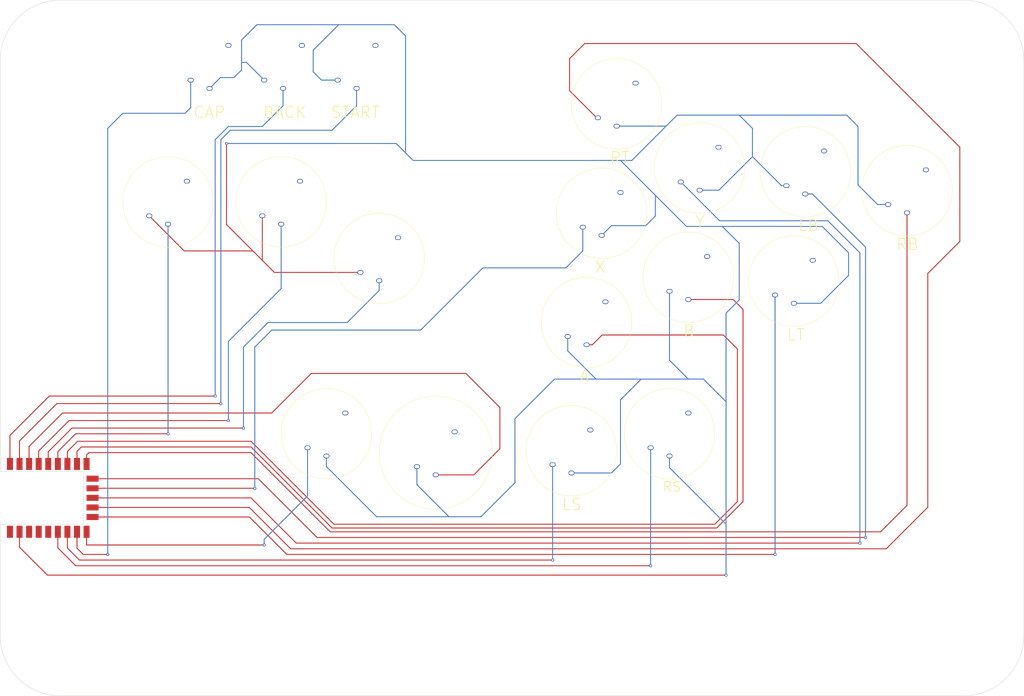
<source format=kicad_pcb>
(kicad_pcb (version 20240108) (generator "pcbnew") (generator_version "8.0")
  (layers (0 "F.Cu" signal) (31 "B.Cu" signal) (34 "B.Paste" user) (35 "F.Paste" user) (36 "B.SilkS" user "B.Silkscreen") (37 "F.SilkS" user "F.Silkscreen") (38 "B.Mask" user) (39 "F.Mask" user) (44 "Edge.Cuts" user))
  (net 0 "")
  (net 1 "Net-(RZ1-GP14)")
  (net 2 "Net-(RZ1-GND)")
  (net 3 "Net-(RZ1-GP15)")
  (net 4 "Net-(RZ1-GP6)")
  (net 5 "Net-(RZ1-GP7)")
  (net 6 "Net-(RZ1-GP10)")
  (net 7 "Net-(RZ1-GP11)")
  (net 8 "Net-(RZ1-GP3)")
  (net 9 "Net-(RZ1-GP13)")
  (net 10 "Net-(RZ1-GP9)")
  (net 11 "Net-(RZ1-GP26)")
  (net 12 "Net-(RZ1-GP5)")
  (net 13 "Net-(RZ1-GP12)")
  (net 14 "Net-(RZ1-GP8)")
  (net 15 "Net-(RZ1-GP27)")
  (net 16 "Net-(RZ1-GP4)")
  (net 17 "Net-(RZ1-GP0)")
  (net 18 "Net-(RZ1-GP1)")
  (net 19 "Net-(RZ1-GP2)")
  (footprint "MountingHole:MountingHole_6mm" (layer "F.Cu") (at 15.975 168.525)
    (property "Reference" "H3" (hide yes))
    (property "Value" "MountingHole")
    (pad "" np_thru_hole circle (at 0 0) (size 6 6) (drill 6) (layers "*.Cu" "*.Mask"))
  )
  (footprint "RP2040-Zero:RP2040-Zero" (layer "F.Cu") (at 24.475 141 90)
    (property "Reference" "RZ1" (hide yes))
    (property "Value" "RP2040-Zero")
    (pad "1" smd rect (at 18 -21.91 90) (size 3.2 1.6) (layers "F.Cu" "F.Paste" "F.Mask") (net 17 "Net-(RZ1-GP0)"))
    (pad "2" smd rect (at 18 -19.37 90) (size 3.2 1.6) (layers "F.Cu" "F.Paste" "F.Mask") (net 18 "Net-(RZ1-GP1)"))
    (pad "3" smd rect (at 18 -16.83 90) (size 3.2 1.6) (layers "F.Cu" "F.Paste" "F.Mask") (net 19 "Net-(RZ1-GP2)"))
    (pad "4" smd rect (at 18 -14.29 90) (size 3.2 1.6) (layers "F.Cu" "F.Paste" "F.Mask") (net 8 "Net-(RZ1-GP3)"))
    (pad "5" smd rect (at 18 -11.75 90) (size 3.2 1.6) (layers "F.Cu" "F.Paste" "F.Mask") (net 16 "Net-(RZ1-GP4)"))
    (pad "6" smd rect (at 18 -9.21 90) (size 3.2 1.6) (layers "F.Cu" "F.Paste" "F.Mask") (net 12 "Net-(RZ1-GP5)"))
    (pad "7" smd rect (at 18 -6.67 90) (size 3.2 1.6) (layers "F.Cu" "F.Paste" "F.Mask") (net 4 "Net-(RZ1-GP6)"))
    (pad "8" smd rect (at 18 -4.13 90) (size 3.2 1.6) (layers "F.Cu" "F.Paste" "F.Mask") (net 5 "Net-(RZ1-GP7)"))
    (pad "9" smd rect (at 18 -1.59 90) (size 3.2 1.6) (layers "F.Cu" "F.Paste" "F.Mask") (net 14 "Net-(RZ1-GP8)"))
    (pad "10" smd rect (at 14.08 0 90) (size 1.6 3.2) (layers "F.Cu" "F.Paste" "F.Mask") (net 10 "Net-(RZ1-GP9)"))
    (pad "11" smd rect (at 11.54 0 90) (size 1.6 3.2) (layers "F.Cu" "F.Paste" "F.Mask") (net 6 "Net-(RZ1-GP10)"))
    (pad "12" smd rect (at 9 0 90) (size 1.6 3.2) (layers "F.Cu" "F.Paste" "F.Mask") (net 7 "Net-(RZ1-GP11)"))
    (pad "13" smd rect (at 6.46 0 90) (size 1.6 3.2) (layers "F.Cu" "F.Paste" "F.Mask") (net 13 "Net-(RZ1-GP12)"))
    (pad "14" smd rect (at 3.92 0 90) (size 1.6 3.2) (layers "F.Cu" "F.Paste" "F.Mask") (net 9 "Net-(RZ1-GP13)"))
    (pad "15" smd rect (at 0 -1.59 90) (size 3.2 1.6) (layers "F.Cu" "F.Paste" "F.Mask") (net 1 "Net-(RZ1-GP14)"))
    (pad "16" smd rect (at 0 -4.13 90) (size 3.2 1.6) (layers "F.Cu" "F.Paste" "F.Mask") (net 3 "Net-(RZ1-GP15)"))
    (pad "17" smd rect (at 0 -6.67 90) (size 3.2 1.6) (layers "F.Cu" "F.Paste" "F.Mask") (net 11 "Net-(RZ1-GP26)"))
    (pad "18" smd rect (at 0 -9.21 90) (size 3.2 1.6) (layers "F.Cu" "F.Paste" "F.Mask") (net 15 "Net-(RZ1-GP27)"))
    (pad "19" smd rect (at 0 -11.75 90) (size 3.2 1.6) (layers "F.Cu" "F.Paste" "F.Mask"))
    (pad "20" smd rect (at 0 -14.29 90) (size 3.2 1.6) (layers "F.Cu" "F.Paste" "F.Mask"))
    (pad "21" smd rect (at 0 -16.83 90) (size 3.2 1.6) (layers "F.Cu" "F.Paste" "F.Mask"))
    (pad "22" smd rect (at 0 -21.91 90) (size 3.2 1.6) (layers "F.Cu" "F.Paste" "F.Mask"))
    (pad "23" smd rect (at 0 -19.37 90) (size 3.2 1.6) (layers "F.Cu" "F.Paste" "F.Mask") (net 2 "Net-(RZ1-GND)"))
  )
  (footprint "MountingHole:MountingHole_6mm" (layer "F.Cu") (at 255.525 168.525)
    (property "Reference" "H8" (hide yes))
    (property "Value" "MountingHole")
    (pad "" np_thru_hole circle (at 0 0) (size 6 6) (drill 6) (layers "*.Cu" "*.Mask"))
  )
  (footprint "MountingHole:MountingHole_6mm" (layer "F.Cu") (at 135.75 16)
    (property "Reference" "H4" (hide yes))
    (property "Value" "MountingHole")
    (pad "" np_thru_hole circle (at 0 0) (size 6 6) (drill 6) (layers "*.Cu" "*.Mask"))
  )
  (footprint "MountingHole:MountingHole_6mm" (layer "F.Cu") (at 135.75 168.525)
    (property "Reference" "H5" (hide yes))
    (property "Value" "MountingHole")
    (pad "" np_thru_hole circle (at 0 0) (size 6 6) (drill 6) (layers "*.Cu" "*.Mask"))
  )
  (footprint "MountingHole:MountingHole_6mm" (layer "F.Cu") (at 255.525 15.975)
    (property "Reference" "H7" (hide yes))
    (property "Value" "MountingHole")
    (pad "" np_thru_hole circle (at 0 0) (size 6 6) (drill 6) (layers "*.Cu" "*.Mask"))
  )
  (footprint "Kailh_Choc_V2:Kailh_Choc_V2_24" (layer "F.Cu") (at 155.5 85.5)
    (property "Reference" "B1(A)1")
    (property "Value" "SW_Push")
    (fp_circle (center 0 0) (end 12 0) (stroke (width 0.1)) (fill none) (layer "F.SilkS"))
    (pad "" np_thru_hole circle (at -5.5 0) (size 1.7 1.7) (drill 1.7) (layers "*.Cu" "*.Mask"))
    (pad "" np_thru_hole circle (at 0 0) (size 5 5) (drill 5) (layers "*.Cu" "*.Mask"))
    (pad "" np_thru_hole circle (at 5.5 0) (size 1.7 1.7) (drill 1.7) (layers "*.Cu" "*.Mask"))
    (pad "1" thru_hole oval (at -5 3.7) (size 1.6 1.2) (drill oval 1.2 0.8) (layers "*.Cu" "*.Mask") (net 2 "Net-(RZ1-GND)"))
    (pad "2" thru_hole oval (at 0 5.9) (size 1.6 1.2) (drill oval 1.2 0.8) (layers "*.Cu" "*.Mask") (net 4 "Net-(RZ1-GP6)"))
    (pad "MP" thru_hole oval (at 5 -5.5) (size 1.6 1.2) (drill oval 1.2 0.8) (layers "*.Cu" "*.Mask"))
  )
  (footprint "Kailh_Choc_V2:Kailh_Choc_V2_24" (layer "F.Cu") (at 44.5 53.5)
    (property "Reference" "LEFT1")
    (property "Value" "SW_Push")
    (fp_circle (center 0 0) (end 12 0) (stroke (width 0.1)) (fill none) (layer "F.SilkS"))
    (pad "" np_thru_hole circle (at -5.5 0) (size 1.7 1.7) (drill 1.7) (layers "*.Cu" "*.Mask"))
    (pad "" np_thru_hole circle (at 0 0) (size 5 5) (drill 5) (layers "*.Cu" "*.Mask"))
    (pad "" np_thru_hole circle (at 5.5 0) (size 1.7 1.7) (drill 1.7) (layers "*.Cu" "*.Mask"))
    (pad "1" thru_hole oval (at -5 3.7) (size 1.6 1.2) (drill oval 1.2 0.8) (layers "*.Cu" "*.Mask") (net 2 "Net-(RZ1-GND)"))
    (pad "2" thru_hole oval (at 0 5.9) (size 1.6 1.2) (drill oval 1.2 0.8) (layers "*.Cu" "*.Mask") (net 12 "Net-(RZ1-GP5)"))
    (pad "MP" thru_hole oval (at 5 -5.5) (size 1.6 1.2) (drill oval 1.2 0.8) (layers "*.Cu" "*.Mask"))
  )
  (footprint "MountingHole:MountingHole_6mm" (layer "F.Cu") (at 15.975 92.25)
    (property "Reference" "H2" (hide yes))
    (property "Value" "MountingHole")
    (pad "" np_thru_hole circle (at 0 0) (size 6 6) (drill 6) (layers "*.Cu" "*.Mask"))
  )
  (footprint "Kailh_Choc_V2:Kailh_Choc_V2_24" (layer "F.Cu") (at 100.5 68.5)
    (property "Reference" "RIGHT1")
    (property "Value" "SW_Push")
    (fp_circle (center 0 0) (end 12 0) (stroke (width 0.1)) (fill none) (layer "F.SilkS"))
    (pad "" np_thru_hole circle (at -5.5 0) (size 1.7 1.7) (drill 1.7) (layers "*.Cu" "*.Mask"))
    (pad "" np_thru_hole circle (at 0 0) (size 5 5) (drill 5) (layers "*.Cu" "*.Mask"))
    (pad "" np_thru_hole circle (at 5.5 0) (size 1.7 1.7) (drill 1.7) (layers "*.Cu" "*.Mask"))
    (pad "1" thru_hole oval (at -5 3.7) (size 1.6 1.2) (drill oval 1.2 0.8) (layers "*.Cu" "*.Mask") (net 2 "Net-(RZ1-GND)"))
    (pad "2" thru_hole oval (at 0 5.9) (size 1.6 1.2) (drill oval 1.2 0.8) (layers "*.Cu" "*.Mask") (net 16 "Net-(RZ1-GP4)"))
    (pad "MP" thru_hole oval (at 5 -5.5) (size 1.6 1.2) (drill oval 1.2 0.8) (layers "*.Cu" "*.Mask"))
  )
  (footprint "Kailh_Choc_V2:Kailh_Choc_V2_24" (layer "F.Cu") (at 210.5 74.5)
    (property "Reference" "L1(L)1")
    (property "Value" "SW_Push")
    (fp_circle (center 0 0) (end 12 0) (stroke (width 0.1)) (fill none) (layer "F.SilkS"))
    (pad "" np_thru_hole circle (at -5.5 0) (size 1.7 1.7) (drill 1.7) (layers "*.Cu" "*.Mask"))
    (pad "" np_thru_hole circle (at 0 0) (size 5 5) (drill 5) (layers "*.Cu" "*.Mask"))
    (pad "" np_thru_hole circle (at 5.5 0) (size 1.7 1.7) (drill 1.7) (layers "*.Cu" "*.Mask"))
    (pad "1" thru_hole oval (at -5 3.7) (size 1.6 1.2) (drill oval 1.2 0.8) (layers "*.Cu" "*.Mask") (net 9 "Net-(RZ1-GP13)"))
    (pad "2" thru_hole oval (at 0 5.9) (size 1.6 1.2) (drill oval 1.2 0.8) (layers "*.Cu" "*.Mask") (net 2 "Net-(RZ1-GND)"))
    (pad "MP" thru_hole oval (at 5 -5.5) (size 1.6 1.2) (drill oval 1.2 0.8) (layers "*.Cu" "*.Mask"))
  )
  (footprint "MountingHole:MountingHole_6mm" (layer "F.Cu") (at 15.975 15.975)
    (property "Reference" "H1" (hide yes))
    (property "Value" "MountingHole")
    (pad "" np_thru_hole circle (at 0 0) (size 6 6) (drill 6) (layers "*.Cu" "*.Mask"))
  )
  (footprint "Kailh_Choc_V2:Kailh_Choc_V2_24" (layer "F.Cu") (at 182.5 73.5)
    (property "Reference" "B2(B)1")
    (property "Value" "SW_Push")
    (fp_circle (center 0 0) (end 12 0) (stroke (width 0.1)) (fill none) (layer "F.SilkS"))
    (pad "" np_thru_hole circle (at -5.5 0) (size 1.7 1.7) (drill 1.7) (layers "*.Cu" "*.Mask"))
    (pad "" np_thru_hole circle (at 0 0) (size 5 5) (drill 5) (layers "*.Cu" "*.Mask"))
    (pad "" np_thru_hole circle (at 5.5 0) (size 1.7 1.7) (drill 1.7) (layers "*.Cu" "*.Mask"))
    (pad "1" thru_hole oval (at -5 3.7) (size 1.6 1.2) (drill oval 1.2 0.8) (layers "*.Cu" "*.Mask") (net 2 "Net-(RZ1-GND)"))
    (pad "2" thru_hole oval (at 0 5.9) (size 1.6 1.2) (drill oval 1.2 0.8) (layers "*.Cu" "*.Mask") (net 5 "Net-(RZ1-GP7)"))
    (pad "MP" thru_hole oval (at 5 -5.5) (size 1.6 1.2) (drill oval 1.2 0.8) (layers "*.Cu" "*.Mask"))
  )
  (footprint "Kailh_Choc_V2:Kailh_Choc_V2" (layer "F.Cu") (at 94.5 17.5)
    (property "Reference" "S2(START)1")
    (property "Value" "SW_Push")
    (pad "" np_thru_hole circle (at -5.5 0) (size 1.7 1.7) (drill 1.7) (layers "*.Cu" "*.Mask"))
    (pad "" np_thru_hole circle (at 0 0) (size 5 5) (drill 5) (layers "*.Cu" "*.Mask"))
    (pad "" np_thru_hole circle (at 5.5 0) (size 1.7 1.7) (drill 1.7) (layers "*.Cu" "*.Mask"))
    (pad "1" thru_hole oval (at -5 3.7) (size 1.6 1.2) (drill oval 1.2 0.8) (layers "*.Cu" "*.Mask") (net 2 "Net-(RZ1-GND)"))
    (pad "2" thru_hole oval (at 0 5.9) (size 1.6 1.2) (drill oval 1.2 0.8) (layers "*.Cu" "*.Mask") (net 18 "Net-(RZ1-GP1)"))
    (pad "MP" thru_hole oval (at 5 -5.5) (size 1.6 1.2) (drill oval 1.2 0.8) (layers "*.Cu" "*.Mask"))
  )
  (footprint "MountingHole:MountingHole_6mm" (layer "F.Cu") (at 255.525 93.25)
    (property "Reference" "H6" (hide yes))
    (property "Value" "MountingHole")
    (pad "" np_thru_hole circle (at 0 0) (size 6 6) (drill 6) (layers "*.Cu" "*.Mask"))
  )
  (footprint "Kailh_Choc_V2:Kailh_Choc_V2_24" (layer "F.Cu") (at 213.51 45.5)
    (property "Reference" "L2(LB)1")
    (property "Value" "SW_Push")
    (fp_circle (center 0 0) (end 12 0) (stroke (width 0.1)) (fill none) (layer "F.SilkS"))
    (pad "" np_thru_hole circle (at -5.5 0) (size 1.7 1.7) (drill 1.7) (layers "*.Cu" "*.Mask"))
    (pad "" np_thru_hole circle (at 0 0) (size 5 5) (drill 5) (layers "*.Cu" "*.Mask"))
    (pad "" np_thru_hole circle (at 5.5 0) (size 1.7 1.7) (drill 1.7) (layers "*.Cu" "*.Mask"))
    (pad "1" thru_hole oval (at -5 3.7) (size 1.6 1.2) (drill oval 1.2 0.8) (layers "*.Cu" "*.Mask") (net 2 "Net-(RZ1-GND)"))
    (pad "2" thru_hole oval (at 0 5.9) (size 1.6 1.2) (drill oval 1.2 0.8) (layers "*.Cu" "*.Mask") (net 10 "Net-(RZ1-GP9)"))
    (pad "MP" thru_hole oval (at 5 -5.5) (size 1.6 1.2) (drill oval 1.2 0.8) (layers "*.Cu" "*.Mask"))
  )
  (footprint "Kailh_Choc_V2:Kailh_Choc_V2_24" (layer "F.Cu") (at 74.5 53.5)
    (property "Reference" "DOWN1")
    (property "Value" "SW_Push")
    (fp_circle (center 0 0) (end 12 0) (stroke (width 0.1)) (fill none) (layer "F.SilkS"))
    (pad "" np_thru_hole circle (at -5.5 0) (size 1.7 1.7) (drill 1.7) (layers "*.Cu" "*.Mask"))
    (pad "" np_thru_hole circle (at 0 0) (size 5 5) (drill 5) (layers "*.Cu" "*.Mask"))
    (pad "" np_thru_hole circle (at 5.5 0) (size 1.7 1.7) (drill 1.7) (layers "*.Cu" "*.Mask"))
    (pad "1" thru_hole oval (at -5 3.7) (size 1.6 1.2) (drill oval 1.2 0.8) (layers "*.Cu" "*.Mask") (net 2 "Net-(RZ1-GND)"))
    (pad "2" thru_hole oval (at 0 5.9) (size 1.6 1.2) (drill oval 1.2 0.8) (layers "*.Cu" "*.Mask") (net 8 "Net-(RZ1-GP3)"))
    (pad "MP" thru_hole oval (at 5 -5.5) (size 1.6 1.2) (drill oval 1.2 0.8) (layers "*.Cu" "*.Mask"))
  )
  (footprint "Kailh_Choc_V2:Kailh_Choc_V2" (layer "F.Cu") (at 75 17.5)
    (property "Reference" "S1(BACK)1")
    (property "Value" "SW_Push")
    (pad "" np_thru_hole circle (at -5.5 0) (size 1.7 1.7) (drill 1.7) (layers "*.Cu" "*.Mask"))
    (pad "" np_thru_hole circle (at 0 0) (size 5 5) (drill 5) (layers "*.Cu" "*.Mask"))
    (pad "" np_thru_hole circle (at 5.5 0) (size 1.7 1.7) (drill 1.7) (layers "*.Cu" "*.Mask"))
    (pad "1" thru_hole oval (at -5 3.7) (size 1.6 1.2) (drill oval 1.2 0.8) (layers "*.Cu" "*.Mask") (net 2 "Net-(RZ1-GND)"))
    (pad "2" thru_hole oval (at 0 5.9) (size 1.6 1.2) (drill oval 1.2 0.8) (layers "*.Cu" "*.Mask") (net 17 "Net-(RZ1-GP0)"))
    (pad "MP" thru_hole oval (at 5 -5.5) (size 1.6 1.2) (drill oval 1.2 0.8) (layers "*.Cu" "*.Mask"))
  )
  (footprint "Kailh_Choc_V2:Kailh_Choc_V2" (layer "F.Cu") (at 55.5 17.5)
    (property "Reference" "A2(CAPTURE)1")
    (property "Value" "SW_Push")
    (pad "" np_thru_hole circle (at -5.5 0) (size 1.7 1.7) (drill 1.7) (layers "*.Cu" "*.Mask"))
    (pad "" np_thru_hole circle (at 0 0) (size 5 5) (drill 5) (layers "*.Cu" "*.Mask"))
    (pad "" np_thru_hole circle (at 5.5 0) (size 1.7 1.7) (drill 1.7) (layers "*.Cu" "*.Mask"))
    (pad "1" thru_hole oval (at -5 3.7) (size 1.6 1.2) (drill oval 1.2 0.8) (layers "*.Cu" "*.Mask") (net 3 "Net-(RZ1-GP15)"))
    (pad "2" thru_hole oval (at 0 5.9) (size 1.6 1.2) (drill oval 1.2 0.8) (layers "*.Cu" "*.Mask") (net 2 "Net-(RZ1-GND)"))
    (pad "MP" thru_hole oval (at 5 -5.5) (size 1.6 1.2) (drill oval 1.2 0.8) (layers "*.Cu" "*.Mask"))
  )
  (footprint "Kailh_Choc_V2:Kailh_Choc_V2_24" (layer "F.Cu") (at 185.5 44.5)
    (property "Reference" "B4(Y)1")
    (property "Value" "SW_Push")
    (fp_circle (center 0 0) (end 12 0) (stroke (width 0.1)) (fill none) (layer "F.SilkS"))
    (pad "" np_thru_hole circle (at -5.5 0) (size 1.7 1.7) (drill 1.7) (layers "*.Cu" "*.Mask"))
    (pad "" np_thru_hole circle (at 0 0) (size 5 5) (drill 5) (layers "*.Cu" "*.Mask"))
    (pad "" np_thru_hole circle (at 5.5 0) (size 1.7 1.7) (drill 1.7) (layers "*.Cu" "*.Mask"))
    (pad "1" thru_hole oval (at -5 3.7) (size 1.6 1.2) (drill oval 1.2 0.8) (layers "*.Cu" "*.Mask") (net 7 "Net-(RZ1-GP11)"))
    (pad "2" thru_hole oval (at 0 5.9) (size 1.6 1.2) (drill oval 1.2 0.8) (layers "*.Cu" "*.Mask") (net 2 "Net-(RZ1-GND)"))
    (pad "MP" thru_hole oval (at 5 -5.5) (size 1.6 1.2) (drill oval 1.2 0.8) (layers "*.Cu" "*.Mask"))
  )
  (footprint "Kailh_Choc_V2:Kailh_Choc_V2_30" (layer "F.Cu") (at 115.5 120)
    (property "Reference" "UP1")
    (property "Value" "SW_Push")
    (fp_circle (center 0 0) (end 15 0) (stroke (width 0.1)) (fill none) (layer "F.SilkS"))
    (pad "" np_thru_hole circle (at -5.5 0) (size 1.7 1.7) (drill 1.7) (layers "*.Cu" "*.Mask"))
    (pad "" np_thru_hole circle (at 0 0) (size 5 5) (drill 5) (layers "*.Cu" "*.Mask"))
    (pad "" np_thru_hole circle (at 5.5 0) (size 1.7 1.7) (drill 1.7) (layers "*.Cu" "*.Mask"))
    (pad "1" thru_hole oval (at -5 3.7) (size 1.6 1.2) (drill oval 1.2 0.8) (layers "*.Cu" "*.Mask") (net 2 "Net-(RZ1-GND)"))
    (pad "2" thru_hole oval (at 0 5.9) (size 1.6 1.2) (drill oval 1.2 0.8) (layers "*.Cu" "*.Mask") (net 19 "Net-(RZ1-GP2)"))
    (pad "MP" thru_hole oval (at 5 -5.5) (size 1.6 1.2) (drill oval 1.2 0.8) (layers "*.Cu" "*.Mask"))
  )
  (footprint "Kailh_Choc_V2:Kailh_Choc_V2_24" (layer "F.Cu") (at 177.5 115)
    (property "Reference" "R3(RS)1")
    (property "Value" "SW_Push")
    (fp_circle (center 0 0) (end 12 0) (stroke (width 0.1)) (fill none) (layer "F.SilkS"))
    (pad "" np_thru_hole circle (at -5.5 0) (size 1.7 1.7) (drill 1.7) (layers "*.Cu" "*.Mask"))
    (pad "" np_thru_hole circle (at 0 0) (size 5 5) (drill 5) (layers "*.Cu" "*.Mask"))
    (pad "" np_thru_hole circle (at 5.5 0) (size 1.7 1.7) (drill 1.7) (layers "*.Cu" "*.Mask"))
    (pad "1" thru_hole oval (at -5 3.7) (size 1.6 1.2) (drill oval 1.2 0.8) (layers "*.Cu" "*.Mask") (net 15 "Net-(RZ1-GP27)"))
    (pad "2" thru_hole oval (at 0 5.9) (size 1.6 1.2) (drill oval 1.2 0.8) (layers "*.Cu" "*.Mask") (net 2 "Net-(RZ1-GND)"))
    (pad "MP" thru_hole oval (at 5 -5.5) (size 1.6 1.2) (drill oval 1.2 0.8) (layers "*.Cu" "*.Mask"))
  )
  (footprint "Kailh_Choc_V2:Kailh_Choc_V2_24" (layer "F.Cu") (at 163.5 27.5)
    (property "Reference" "R1(R)1")
    (property "Value" "SW_Push")
    (fp_circle (center 0 0) (end 12 0) (stroke (width 0.1)) (fill none) (layer "F.SilkS"))
    (pad "" np_thru_hole circle (at -5.5 0) (size 1.7 1.7) (drill 1.7) (layers "*.Cu" "*.Mask"))
    (pad "" np_thru_hole circle (at 0 0) (size 5 5) (drill 5) (layers "*.Cu" "*.Mask"))
    (pad "" np_thru_hole circle (at 5.5 0) (size 1.7 1.7) (drill 1.7) (layers "*.Cu" "*.Mask"))
    (pad "1" thru_hole oval (at -5 3.7) (size 1.6 1.2) (drill oval 1.2 0.8) (layers "*.Cu" "*.Mask") (net 13 "Net-(RZ1-GP12)"))
    (pad "2" thru_hole oval (at 0 5.9) (size 1.6 1.2) (drill oval 1.2 0.8) (layers "*.Cu" "*.Mask") (net 2 "Net-(RZ1-GND)"))
    (pad "MP" thru_hole oval (at 5 -5.5) (size 1.6 1.2) (drill oval 1.2 0.8) (layers "*.Cu" "*.Mask"))
  )
  (footprint "Kailh_Choc_V2:Kailh_Choc_V2_24" (layer "F.Cu") (at 86.5 115)
    (property "Reference" "A1(GUIDE)1")
    (property "Value" "SW_Push")
    (fp_circle (center 0 0) (end 12 0) (stroke (width 0.1)) (fill none) (layer "F.SilkS"))
    (pad "" np_thru_hole circle (at -5.5 0) (size 1.7 1.7) (drill 1.7) (layers "*.Cu" "*.Mask"))
    (pad "" np_thru_hole circle (at 0 0) (size 5 5) (drill 5) (layers "*.Cu" "*.Mask"))
    (pad "" np_thru_hole circle (at 5.5 0) (size 1.7 1.7) (drill 1.7) (layers "*.Cu" "*.Mask"))
    (pad "1" thru_hole oval (at -5 3.7) (size 1.6 1.2) (drill oval 1.2 0.8) (layers "*.Cu" "*.Mask") (net 1 "Net-(RZ1-GP14)"))
    (pad "2" thru_hole oval (at 0 5.9) (size 1.6 1.2) (drill oval 1.2 0.8) (layers "*.Cu" "*.Mask") (net 2 "Net-(RZ1-GND)"))
    (pad "MP" thru_hole oval (at 5 -5.5) (size 1.6 1.2) (drill oval 1.2 0.8) (layers "*.Cu" "*.Mask"))
  )
  (footprint "Kailh_Choc_V2:Kailh_Choc_V2_24" (layer "F.Cu") (at 151.5 119.5)
    (property "Reference" "L3(LS)1")
    (property "Value" "SW_Push")
    (fp_circle (center 0 0) (end 12 0) (stroke (width 0.1)) (fill none) (layer "F.SilkS"))
    (pad "" np_thru_hole circle (at -5.5 0) (size 1.7 1.7) (drill 1.7) (layers "*.Cu" "*.Mask"))
    (pad "" np_thru_hole circle (at 0 0) (size 5 5) (drill 5) (layers "*.Cu" "*.Mask"))
    (pad "" np_thru_hole circle (at 5.5 0) (size 1.7 1.7) (drill 1.7) (layers "*.Cu" "*.Mask"))
    (pad "1" thru_hole oval (at -5 3.7) (size 1.6 1.2) (drill oval 1.2 0.8) (layers "*.Cu" "*.Mask") (net 11 "Net-(RZ1-GP26)"))
    (pad "2" thru_hole oval (at 0 5.9) (size 1.6 1.2) (drill oval 1.2 0.8) (layers "*.Cu" "*.Mask") (net 2 "Net-(RZ1-GND)"))
    (pad "MP" thru_hole oval (at 5 -5.5) (size 1.6 1.2) (drill oval 1.2 0.8) (layers "*.Cu" "*.Mask"))
  )
  (footprint "Kailh_Choc_V2:Kailh_Choc_V2_24" (layer "F.Cu") (at 240.5 50.5)
    (property "Reference" "R2(RB)1")
    (property "Value" "SW_Push")
    (fp_circle (center 0 0) (end 12 0) (stroke (width 0.1)) (fill none) (layer "F.SilkS"))
    (pad "" np_thru_hole circle (at -5.5 0) (size 1.7 1.7) (drill 1.7) (layers "*.Cu" "*.Mask"))
    (pad "" np_thru_hole circle (at 0 0) (size 5 5) (drill 5) (layers "*.Cu" "*.Mask"))
    (pad "" np_thru_hole circle (at 5.5 0) (size 1.7 1.7) (drill 1.7) (layers "*.Cu" "*.Mask"))
    (pad "1" thru_hole oval (at -5 3.7) (size 1.6 1.2) (drill oval 1.2 0.8) (layers "*.Cu" "*.Mask") (net 2 "Net-(RZ1-GND)"))
    (pad "2" thru_hole oval (at 0 5.9) (size 1.6 1.2) (drill oval 1.2 0.8) (layers "*.Cu" "*.Mask") (net 14 "Net-(RZ1-GP8)"))
    (pad "MP" thru_hole oval (at 5 -5.5) (size 1.6 1.2) (drill oval 1.2 0.8) (layers "*.Cu" "*.Mask"))
  )
  (footprint "Kailh_Choc_V2:Kailh_Choc_V2_24" (layer "F.Cu") (at 159.5 56.5)
    (property "Reference" "B3(X)1")
    (property "Value" "SW_Push")
    (fp_circle (center 0 0) (end 12 0) (stroke (width 0.1)) (fill none) (layer "F.SilkS"))
    (pad "" np_thru_hole circle (at -5.5 0) (size 1.7 1.7) (drill 1.7) (layers "*.Cu" "*.Mask"))
    (pad "" np_thru_hole circle (at 0 0) (size 5 5) (drill 5) (layers "*.Cu" "*.Mask"))
    (pad "" np_thru_hole circle (at 5.5 0) (size 1.7 1.7) (drill 1.7) (layers "*.Cu" "*.Mask"))
    (pad "1" thru_hole oval (at -5 3.7) (size 1.6 1.2) (drill oval 1.2 0.8) (layers "*.Cu" "*.Mask") (net 6 "Net-(RZ1-GP10)"))
    (pad "2" thru_hole oval (at 0 5.9) (size 1.6 1.2) (drill oval 1.2 0.8) (layers "*.Cu" "*.Mask") (net 2 "Net-(RZ1-GND)"))
    (pad "MP" thru_hole oval (at 5 -5.5) (size 1.6 1.2) (drill oval 1.2 0.8) (layers "*.Cu" "*.Mask"))
  )
  (gr_line (start 0 139) (end 0.000001 169) (stroke (width 0.1)) (layer "Edge.Cuts"))
  (gr_arc (start 271.5 168.5) (mid 266.813708 179.813708) (end 255.5 184.5) (stroke (width 0.1)) (layer "Edge.Cuts"))
  (gr_line (start 271.5 16) (end 271.5 168.5) (stroke (width 0.1)) (layer "Edge.Cuts"))
  (gr_line (start 0 125) (end 22 125) (stroke (width 0.1)) (layer "Edge.Cuts"))
  (gr_arc (start 0 16) (mid 4.686292 4.686292) (end 16 0) (stroke (width 0.1)) (layer "Edge.Cuts"))
  (gr_line (start 22 139) (end 0 139) (stroke (width 0.1)) (layer "Edge.Cuts"))
  (gr_arc (start 255.5 0) (mid 266.813708 4.686292) (end 271.5 16) (stroke (width 0.1)) (layer "Edge.Cuts"))
  (gr_line (start 0 125) (end 0 16) (stroke (width 0.1)) (layer "Edge.Cuts"))
  (gr_line (start 16 0) (end 255.5 0) (stroke (width 0.1)) (layer "Edge.Cuts"))
  (gr_arc (start 16 184.50781) (mid 4.858948 179.994648) (end 0.000001 169) (stroke (width 0.1)) (layer "Edge.Cuts"))
  (gr_line (start 16 184.5) (end 255.5 184.5) (stroke (width 0.1)) (layer "Edge.Cuts"))
  (gr_line (start 22 125) (end 22 139) (stroke (width 0.1)) (layer "Edge.Cuts"))
  (gr_text "LB" (at 211.5 61.5 0) (layer "F.SilkS") (effects (font (size 3 3) (thickness 0.25) (bold yes)) (justify left bottom)))
  (gr_text "B" (at 181 89.5 0) (layer "F.SilkS") (effects (font (size 3 3) (thickness 0.25)) (justify left bottom)))
  (gr_text "X" (at 157.5 72.5 0) (layer "F.SilkS") (effects (font (size 3 3) (thickness 0.25)) (justify left bottom)))
  (gr_text "LS" (at 148.782143 135.5 0) (layer "F.SilkS") (effects (font (size 3 3) (thickness 0.25) (bold yes)) (justify left bottom)))
  (gr_text "START" (at 87.5 31.5 0) (layer "F.SilkS") (effects (font (size 3 3) (thickness 0.25) (bold yes)) (justify left bottom)))
  (gr_text "CAP" (at 51 31.5 0) (layer "F.SilkS") (effects (font (size 3 3) (thickness 0.25) (bold yes)) (justify left bottom)))
  (gr_text "Y" (at 184.139286 60.5 0) (layer "F.SilkS") (effects (font (size 3 3) (thickness 0.25)) (justify left bottom)))
  (gr_text "RS" (at 175.5 130.5 0) (layer "F.SilkS") (effects (font (size 2.5 2.5) (thickness 0.25) (bold yes)) (justify left bottom)))
  (gr_text "LT" (at 208.5 90.5 0) (layer "F.SilkS") (effects (font (size 3 3) (thickness 0.25) (bold yes)) (justify left bottom)))
  (gr_text "BACK" (at 69.5 31.5 0) (layer "F.SilkS") (effects (font (size 3 3) (thickness 0.25) (bold yes)) (justify left bottom)))
  (gr_text "A" (at 153.5 101.5 0) (layer "F.SilkS") (effects (font (size 3 3) (thickness 0.25)) (justify left bottom)))
  (gr_text "RB" (at 237.425 66.5 0) (layer "F.SilkS") (effects (font (size 3 3) (thickness 0.25) (bold yes)) (justify left bottom)))
  (gr_text "RT" (at 161.5 43.5 0) (layer "F.SilkS") (effects (font (size 3 3) (thickness 0.25) (bold yes)) (justify left bottom)))
  (segment (start 22.885 144.385) (end 22.885 141) (width 0.25) (layer "F.Cu") (net 1))
  (segment (start 23 144.5) (end 22.885 144.385) (width 0.25) (layer "F.Cu") (net 1))
  (segment (start 70 144.5) (end 23 144.5) (width 0.25) (layer "F.Cu") (net 1))
  (via (at 70 144.5) (size 0.8) (drill 0.4) (layers "F.Cu" "B.Cu") (net 1))
  (segment (start 70 144.5) (end 70 143) (width 0.25) (layer "B.Cu") (net 1))
  (segment (start 70 143) (end 81.5 131.5) (width 0.25) (layer "B.Cu") (net 1))
  (segment (start 81.5 131.5) (end 81.5 118.7) (width 0.25) (layer "B.Cu") (net 1))
  (segment (start 192.5 152.5) (end 12.5 152.5) (width 0.25) (layer "F.Cu") (net 2))
  (segment (start 39.5 57.2) (end 48.8 66.5) (width 0.25) (layer "F.Cu") (net 2))
  (segment (start 69.5 57.2) (end 69.5 69) (width 0.25) (layer "F.Cu") (net 2))
  (segment (start 60 59.55) (end 60.05 59.55) (width 0.25) (layer "F.Cu") (net 2))
  (segment (start 5.105 145.105) (end 5.105 141) (width 0.25) (layer "F.Cu") (net 2))
  (segment (start 48.8 66.5) (end 67 66.5) (width 0.25) (layer "F.Cu") (net 2))
  (segment (start 67 66.5) (end 72.7 72.2) (width 0.25) (layer "F.Cu") (net 2))
  (segment (start 60.05 59.55) (end 67 66.5) (width 0.25) (layer "F.Cu") (net 2))
  (segment (start 60 59.55) (end 60 38) (width 0.25) (layer "F.Cu") (net 2))
  (segment (start 12.5 152.5) (end 5.105 145.105) (width 0.25) (layer "F.Cu") (net 2))
  (segment (start 72.7 72.2) (end 95.5 72.2) (width 0.25) (layer "F.Cu") (net 2))
  (via (at 192.5 152.5) (size 0.8) (drill 0.4) (layers "F.Cu" "B.Cu") (net 2))
  (via (at 60 38) (size 0.8) (drill 0.4) (layers "F.Cu" "B.Cu") (net 2))
  (segment (start 227.5 49) (end 232.7 54.2) (width 0.25) (layer "B.Cu") (net 2))
  (segment (start 65.3 16.5) (end 70 21.2) (width 0.25) (layer "B.Cu") (net 2))
  (segment (start 170 100.5) (end 164.5 106) (width 0.25) (layer "B.Cu") (net 2))
  (segment (start 68.065 6.5) (end 64 10.565) (width 0.25) (layer "B.Cu") (net 2))
  (segment (start 199.5 41.5) (end 207.2 49.2) (width 0.25) (layer "B.Cu") (net 2))
  (segment (start 99.8 137) (end 127.5 137) (width 0.25) (layer "B.Cu") (net 2))
  (segment (start 196 30.5) (end 199.5 34) (width 0.25) (layer "B.Cu") (net 2))
  (segment (start 86.5 121.05) (end 86.55 121.05) (width 0.25) (layer "B.Cu") (net 2))
  (segment (start 192.5 106.5) (end 192.5 152.5) (width 0.25) (layer "B.Cu") (net 2))
  (segment (start 110.5 123.7) (end 110.5 128.5) (width 0.25) (layer "B.Cu") (net 2))
  (segment (start 110.5 128.5) (end 119 137) (width 0.25) (layer "B.Cu") (net 2))
  (segment (start 179.25 57.25) (end 182 60) (width 0.25) (layer "B.Cu") (net 2))
  (segment (start 225 73) (end 217.6 80.4) (width 0.25) (layer "B.Cu") (net 2))
  (segment (start 177.5 124) (end 177.5 120.9) (width 0.25) (layer "B.Cu") (net 2))
  (segment (start 192.5 139) (end 177.5 124) (width 0.25) (layer "B.Cu") (net 2))
  (segment (start 164.5 123) (end 162.1 125.4) (width 0.25) (layer "B.Cu") (net 2))
  (segment (start 200 30.5) (end 224.5 30.5) (width 0.25) (layer "B.Cu") (net 2))
  (segment (start 225 67) (end 225 73) (width 0.25) (layer "B.Cu") (net 2))
  (segment (start 158 100.5) (end 150.5 93) (width 0.25) (layer "B.Cu") (net 2))
  (segment (start 232.7 54.2) (end 235.5 54.2) (width 0.25) (layer "B.Cu") (net 2))
  (segment (start 182.5 100.5) (end 177.5 95.5) (width 0.25) (layer "B.Cu") (net 2))
  (segment (start 199.5 41.5) (end 190.6 50.4) (width 0.25) (layer "B.Cu") (net 2))
  (segment (start 104.5 6.5) (end 68.065 6.5) (width 0.25) (layer "B.Cu") (net 2))
  (segment (start 191.5 60) (end 196 64.5) (width 0.25) (layer "B.Cu") (net 2))
  (segment (start 177.5 95.5) (end 177.5 77.2) (width 0.25) (layer "B.Cu") (net 2))
  (segment (start 176.5 33.4) (end 163.5 33.4) (width 0.25) (layer "B.Cu") (net 2))
  (segment (start 150.5 93) (end 150.5 89.2) (width 0.25) (layer "B.Cu") (net 2))
  (segment (start 99.8 137) (end 86.5 123.7) (width 0.25) (layer "B.Cu") (net 2))
  (segment (start 218 60) (end 225 67) (width 0.25) (layer "B.Cu") (net 2))
  (segment (start 64 16) (end 64 18.5) (width 0.25) (layer "B.Cu") (net 2))
  (segment (start 171.2 59.8) (end 173.75 57.25) (width 0.25) (layer "B.Cu") (net 2))
  (segment (start 107.5 9.5) (end 104.5 6.5) (width 0.25) (layer "B.Cu") (net 2))
  (segment (start 159.5 62.4) (end 162.1 59.8) (width 0.25) (layer "B.Cu") (net 2))
  (segment (start 207.2 49.2) (end 208.51 49.2) (width 0.25) (layer "B.Cu") (net 2))
  (segment (start 164.5 106) (end 164.5 123) (width 0.25) (layer "B.Cu") (net 2))
  (segment (start 83 19) (end 85.2 21.2) (width 0.25) (layer "B.Cu") (net 2))
  (segment (start 199.5 34) (end 199.5 41.5) (width 0.25) (layer "B.Cu") (net 2))
  (segment (start 164.5 42.5) (end 179.25 57.25) (width 0.25) (layer "B.Cu") (net 2))
  (segment (start 86.5 123.7) (end 86.5 120.9) (width 0.25) (layer "B.Cu") (net 2))
  (segment (start 164 42.5) (end 109.5 42.5) (width 0.25) (layer "B.Cu") (net 2))
  (segment (start 224.5 30.5) (end 227.5 33.5) (width 0.25) (layer "B.Cu") (net 2))
  (segment (start 196 79.5) (end 192.5 83) (width 0.25) (layer "B.Cu") (net 2))
  (segment (start 162.1 125.4) (end 151.5 125.4) (width 0.25) (layer "B.Cu") (net 2))
  (segment (start 186.5 100.5) (end 192.5 106.5) (width 0.25) (layer "B.Cu") (net 2))
  (segment (start 164 42.5) (end 167.5 42.5) (width 0.25) (layer "B.Cu") (net 2))
  (segment (start 192.5 83) (end 192.5 106.5) (width 0.25) (layer "B.Cu") (net 2))
  (segment (start 147 100.5) (end 186.5 100.5) (width 0.25) (layer "B.Cu") (net 2))
  (segment (start 61.975 20.525) (end 58.375 20.525) (width 0.25) (layer "B.Cu") (net 2))
  (segment (start 107.5 40.5) (end 107.5 9.5) (width 0.25) (layer "B.Cu") (net 2))
  (segment (start 109.5 42.5) (end 105 38) (width 0.25) (layer "B.Cu") (net 2))
  (segment (start 196 64.5) (end 196 79.5) (width 0.25) (layer "B.Cu") (net 2))
  (segment (start 182 60) (end 196.5 60) (width 0.25) (layer "B.Cu") (net 2))
  (segment (start 64 10.565) (end 64 16) (width 0.25) (layer "B.Cu") (net 2))
  (segment (start 136.5 128) (end 136.5 111) (width 0.25) (layer "B.Cu") (net 2))
  (segment (start 127.5 137) (end 136.5 128) (width 0.25) (layer "B.Cu") (net 2))
  (segment (start 89.767588 6.5) (end 83 13.267588) (width 0.25) (layer "B.Cu") (net 2))
  (segment (start 60 38) (end 105 38) (width 0.25) (layer "B.Cu") (net 2))
  (segment (start 85.2 21.2) (end 89.5 21.2) (width 0.25) (layer "B.Cu") (net 2))
  (segment (start 227.5 33.5) (end 227.5 49) (width 0.25) (layer "B.Cu") (net 2))
  (segment (start 179.5 30.5) (end 200 30.5) (width 0.25) (layer "B.Cu") (net 2))
  (segment (start 64 18.5) (end 61.975 20.525) (width 0.25) (layer "B.Cu") (net 2))
  (segment (start 136.5 111) (end 147 100.5) (width 0.25) (layer "B.Cu") (net 2))
  (segment (start 58.375 20.525) (end 55.5 23.4) (width 0.25) (layer "B.Cu") (net 2))
  (segment (start 176.55 33.45) (end 176.5 33.4) (width 0.25) (layer "B.Cu") (net 2))
  (segment (start 167.5 42.5) (end 179.5 30.5) (width 0.25) (layer "B.Cu") (net 2))
  (segment (start 217.6 80.4) (end 210.5 80.4) (width 0.25) (layer "B.Cu") (net 2))
  (segment (start 64 16.5) (end 65.3 16.5) (width 0.25) (layer "B.Cu") (net 2))
  (segment (start 83 13.267588) (end 83 19) (width 0.25) (layer "B.Cu") (net 2))
  (segment (start 190.6 50.4) (end 185.5 50.4) (width 0.25) (layer "B.Cu") (net 2))
  (segment (start 164 42.5) (end 164.5 42.5) (width 0.25) (layer "B.Cu") (net 2))
  (segment (start 162.1 59.8) (end 171.2 59.8) (width 0.25) (layer "B.Cu") (net 2))
  (segment (start 196.5 60) (end 218 60) (width 0.25) (layer "B.Cu") (net 2))
  (segment (start 173.75 57.25) (end 173.75 51.75) (width 0.25) (layer "B.Cu") (net 2))
  (segment (start 28.5 147) (end 22 147) (width 0.25) (layer "F.Cu") (net 3))
  (segment (start 22 147) (end 20.345 145.345) (width 0.25) (layer "F.Cu") (net 3))
  (segment (start 20.345 145.345) (end 20.345 141) (width 0.25) (layer "F.Cu") (net 3))
  (via (at 28.5 147) (size 0.8) (drill 0.4) (layers "F.Cu" "B.Cu") (net 3))
  (segment (start 28.5 147) (end 28.5 34) (width 0.25) (layer "B.Cu") (net 3))
  (segment (start 50.5 28.5) (end 50.5 21.2) (width 0.25) (layer "B.Cu") (net 3))
  (segment (start 32.5 30) (end 49 30) (width 0.25) (layer "B.Cu") (net 3))
  (segment (start 28.5 34) (end 32.5 30) (width 0.25) (layer "B.Cu") (net 3))
  (segment (start 49 30) (end 50.5 28.5) (width 0.25) (layer "B.Cu") (net 3))
  (segment (start 17.805 119.695) (end 20.5 117) (width 0.25) (layer "F.Cu") (net 4))
  (segment (start 195.5 133) (end 195.5 92.5) (width 0.25) (layer "F.Cu") (net 4))
  (segment (start 189.5 139) (end 195.5 133) (width 0.25) (layer "F.Cu") (net 4))
  (segment (start 157.03 91.4) (end 155.5 91.4) (width 0.25) (layer "F.Cu") (net 4))
  (segment (start 88.5 139) (end 189.5 139) (width 0.25) (layer "F.Cu") (net 4))
  (segment (start 191.8 88.8) (end 159.63 88.8) (width 0.25) (layer "F.Cu") (net 4))
  (segment (start 20.5 117) (end 66.5 117) (width 0.25) (layer "F.Cu") (net 4))
  (segment (start 159.63 88.8) (end 157.03 91.4) (width 0.25) (layer "F.Cu") (net 4))
  (segment (start 17.805 123) (end 17.805 119.695) (width 0.25) (layer "F.Cu") (net 4))
  (segment (start 195.5 92.5) (end 191.8 88.8) (width 0.25) (layer "F.Cu") (net 4))
  (segment (start 66.5 117) (end 88.5 139) (width 0.25) (layer "F.Cu") (net 4))
  (segment (start 190 140) (end 197 133) (width 0.25) (layer "F.Cu") (net 5))
  (segment (start 20.345 123) (end 20.345 119.655) (width 0.25) (layer "F.Cu") (net 5))
  (segment (start 88 140) (end 190 140) (width 0.25) (layer "F.Cu") (net 5))
  (segment (start 20.345 119.655) (end 21.5 118.5) (width 0.25) (layer "F.Cu") (net 5))
  (segment (start 21.5 118.5) (end 66.5 118.5) (width 0.25) (layer "F.Cu") (net 5))
  (segment (start 197 82) (end 194.4 79.4) (width 0.25) (layer "F.Cu") (net 5))
  (segment (start 66.5 118.5) (end 88 140) (width 0.25) (layer "F.Cu") (net 5))
  (segment (start 194.4 79.4) (end 182.5 79.4) (width 0.25) (layer "F.Cu") (net 5))
  (segment (start 197 133) (end 197 82) (width 0.25) (layer "F.Cu") (net 5))
  (segment (start 24.475 129.46) (end 67.46 129.46) (width 0.25) (layer "F.Cu") (net 6))
  (segment (start 67.46 129.46) (end 67.5 129.5) (width 0.25) (layer "F.Cu") (net 6))
  (via (at 67.5 129.5) (size 0.8) (drill 0.4) (layers "F.Cu" "B.Cu") (net 6))
  (segment (start 128 71) (end 111.5 87.5) (width 0.25) (layer "B.Cu") (net 6))
  (segment (start 154.5 66.5) (end 150 71) (width 0.25) (layer "B.Cu") (net 6))
  (segment (start 154.5 60.2) (end 154.5 66.5) (width 0.25) (layer "B.Cu") (net 6))
  (segment (start 111.5 87.5) (end 72 87.5) (width 0.25) (layer "B.Cu") (net 6))
  (segment (start 150 71) (end 128 71) (width 0.25) (layer "B.Cu") (net 6))
  (segment (start 67.5 92) (end 67.5 129.5) (width 0.25) (layer "B.Cu") (net 6))
  (segment (start 72 87.5) (end 67.5 92) (width 0.25) (layer "B.Cu") (net 6))
  (segment (start 78.5 144) (end 66.5 132) (width 0.25) (layer "F.Cu") (net 7))
  (segment (start 228 144) (end 78.5 144) (width 0.25) (layer "F.Cu") (net 7))
  (segment (start 66.5 132) (end 24.475 132) (width 0.25) (layer "F.Cu") (net 7))
  (via (at 228 144) (size 0.8) (drill 0.4) (layers "F.Cu" "B.Cu") (net 7))
  (segment (start 219.5 58.5) (end 190.8 58.5) (width 0.25) (layer "B.Cu") (net 7))
  (segment (start 228 67) (end 219.5 58.5) (width 0.25) (layer "B.Cu") (net 7))
  (segment (start 190.8 58.5) (end 180.5 48.2) (width 0.25) (layer "B.Cu") (net 7))
  (segment (start 228 144) (end 228 67) (width 0.25) (layer "B.Cu") (net 7))
  (segment (start 18.25 111.5) (end 10.185 119.565) (width 0.25) (layer "F.Cu") (net 8))
  (segment (start 10.185 119.565) (end 10.185 123) (width 0.25) (layer "F.Cu") (net 8))
  (segment (start 60.5 111.5) (end 18.25 111.5) (width 0.25) (layer "F.Cu") (net 8))
  (via (at 60.5 111.5) (size 0.8) (drill 0.4) (layers "F.Cu" "B.Cu") (net 8))
  (segment (start 60.5 111.5) (end 60.5 90.5) (width 0.25) (layer "B.Cu") (net 8))
  (segment (start 74.5 76.5) (end 74.5 59.4) (width 0.25) (layer "B.Cu") (net 8))
  (segment (start 60.5 90.5) (end 74.5 76.5) (width 0.25) (layer "B.Cu") (net 8))
  (segment (start 76 147) (end 66.08 137.08) (width 0.25) (layer "F.Cu") (net 9))
  (segment (start 66.08 137.08) (end 24.475 137.08) (width 0.25) (layer "F.Cu") (net 9))
  (segment (start 205.5 147) (end 76 147) (width 0.25) (layer "F.Cu") (net 9))
  (via (at 205.5 147) (size 0.8) (drill 0.4) (layers "F.Cu" "B.Cu") (net 9))
  (segment (start 205.5 147) (end 205.5 78.2) (width 0.25) (layer "B.Cu") (net 9))
  (segment (start 68.42 126.92) (end 24.475 126.92) (width 0.25) (layer "F.Cu") (net 10))
  (segment (start 229.5 142.5) (end 84 142.5) (width 0.25) (layer "F.Cu") (net 10))
  (segment (start 84 142.5) (end 68.42 126.92) (width 0.25) (layer "F.Cu") (net 10))
  (via (at 229.5 142.5) (size 0.8) (drill 0.4) (layers "F.Cu" "B.Cu") (net 10))
  (segment (start 229.5 65.5) (end 215.4 51.4) (width 0.25) (layer "B.Cu") (net 10))
  (segment (start 229.5 142.5) (end 229.5 65.5) (width 0.25) (layer "B.Cu") (net 10))
  (segment (start 215.4 51.4) (end 213.51 51.4) (width 0.25) (layer "B.Cu") (net 10))
  (segment (start 146.5 148.5) (end 21 148.5) (width 0.25) (layer "F.Cu") (net 11))
  (segment (start 17.805 145.305) (end 17.805 141) (width 0.25) (layer "F.Cu") (net 11))
  (segment (start 21 148.5) (end 17.805 145.305) (width 0.25) (layer "F.Cu") (net 11))
  (via (at 146.5 148.5) (size 0.8) (drill 0.4) (layers "F.Cu" "B.Cu") (net 11))
  (segment (start 146.5 148.5) (end 146.5 123.2) (width 0.25) (layer "B.Cu") (net 11))
  (segment (start 44.5 115) (end 20 115) (width 0.25) (layer "F.Cu") (net 12))
  (segment (start 20 115) (end 15.265 119.735) (width 0.25) (layer "F.Cu") (net 12))
  (segment (start 15.265 119.735) (end 15.265 123) (width 0.25) (layer "F.Cu") (net 12))
  (via (at 44.5 115) (size 0.8) (drill 0.4) (layers "F.Cu" "B.Cu") (net 12))
  (segment (start 44.5 115) (end 44.5 59.4) (width 0.25) (layer "B.Cu") (net 12))
  (segment (start 158.2 31.2) (end 158.5 31.2) (width 0.25) (layer "F.Cu") (net 13))
  (segment (start 227 11.5) (end 155 11.5) (width 0.25) (layer "F.Cu") (net 13))
  (segment (start 66.04 134.54) (end 77 145.5) (width 0.25) (layer "F.Cu") (net 13))
  (segment (start 235 145.5) (end 246 134.5) (width 0.25) (layer "F.Cu") (net 13))
  (segment (start 77 145.5) (end 235 145.5) (width 0.25) (layer "F.Cu") (net 13))
  (segment (start 246 72.5) (end 254.5 64) (width 0.25) (layer "F.Cu") (net 13))
  (segment (start 151 15.5) (end 151 24) (width 0.25) (layer "F.Cu") (net 13))
  (segment (start 155 11.5) (end 151 15.5) (width 0.25) (layer "F.Cu") (net 13))
  (segment (start 246 134.5) (end 246 72.5) (width 0.25) (layer "F.Cu") (net 13))
  (segment (start 151 24) (end 158.2 31.2) (width 0.25) (layer "F.Cu") (net 13))
  (segment (start 254.5 39) (end 227 11.5) (width 0.25) (layer "F.Cu") (net 13))
  (segment (start 254.5 64) (end 254.5 39) (width 0.25) (layer "F.Cu") (net 13))
  (segment (start 24.475 134.54) (end 66.04 134.54) (width 0.25) (layer "F.Cu") (net 13))
  (segment (start 240.5 134) (end 240.5 56.4) (width 0.25) (layer "F.Cu") (net 14))
  (segment (start 23.5 120) (end 66.5 120) (width 0.25) (layer "F.Cu") (net 14))
  (segment (start 233.5 141) (end 240.5 134) (width 0.25) (layer "F.Cu") (net 14))
  (segment (start 22.885 120.615) (end 23.5 120) (width 0.25) (layer "F.Cu") (net 14))
  (segment (start 66.5 120) (end 87.5 141) (width 0.25) (layer "F.Cu") (net 14))
  (segment (start 87.5 141) (end 233.5 141) (width 0.25) (layer "F.Cu") (net 14))
  (segment (start 22.885 123) (end 22.885 120.615) (width 0.25) (layer "F.Cu") (net 14))
  (segment (start 20 150) (end 15.265 145.265) (width 0.25) (layer "F.Cu") (net 15))
  (segment (start 172.5 150) (end 20 150) (width 0.25) (layer "F.Cu") (net 15))
  (segment (start 15.265 145.265) (end 15.265 141) (width 0.25) (layer "F.Cu") (net 15))
  (via (at 172.5 150) (size 0.8) (drill 0.4) (layers "F.Cu" "B.Cu") (net 15))
  (segment (start 172.5 150) (end 172.5 118.7) (width 0.25) (layer "B.Cu") (net 15))
  (segment (start 19 113.5) (end 12.725 119.775) (width 0.25) (layer "F.Cu") (net 16))
  (segment (start 64.5 113.5) (end 19 113.5) (width 0.25) (layer "F.Cu") (net 16))
  (segment (start 12.725 119.775) (end 12.725 123) (width 0.25) (layer "F.Cu") (net 16))
  (via (at 64.5 113.5) (size 0.8) (drill 0.4) (layers "F.Cu" "B.Cu") (net 16))
  (segment (start 100.45 74.5) (end 100.5 74.55) (width 0.25) (layer "B.Cu") (net 16))
  (segment (start 92 85.5) (end 100.5 77) (width 0.25) (layer "B.Cu") (net 16))
  (segment (start 64.5 92) (end 71 85.5) (width 0.25) (layer "B.Cu") (net 16))
  (segment (start 71 85.5) (end 92 85.5) (width 0.25) (layer "B.Cu") (net 16))
  (segment (start 100.5 77) (end 100.5 74.4) (width 0.25) (layer "B.Cu") (net 16))
  (segment (start 64.5 113.5) (end 64.5 92) (width 0.25) (layer "B.Cu") (net 16))
  (segment (start 13 105) (end 2.565 115.435) (width 0.25) (layer "F.Cu") (net 17))
  (segment (start 2.565 115.435) (end 2.565 123) (width 0.25) (layer "F.Cu") (net 17))
  (segment (start 57 105) (end 13 105) (width 0.25) (layer "F.Cu") (net 17))
  (via (at 57 105) (size 0.8) (drill 0.4) (layers "F.Cu" "B.Cu") (net 17))
  (segment (start 69.5 33.5) (end 75 28) (width 0.25) (layer "B.Cu") (net 17))
  (segment (start 75 28) (end 75 23.4) (width 0.25) (layer "B.Cu") (net 17))
  (segment (start 60.5 33.5) (end 69.5 33.5) (width 0.25) (layer "B.Cu") (net 17))
  (segment (start 57 105) (end 57 37) (width 0.25) (layer "B.Cu") (net 17))
  (segment (start 57 37) (end 60.5 33.5) (width 0.25) (layer "B.Cu") (net 17))
  (segment (start 58.5 107) (end 15 107) (width 0.25) (layer "F.Cu") (net 18))
  (segment (start 5.105 116.895) (end 5.105 123) (width 0.25) (layer "F.Cu") (net 18))
  (segment (start 15 107) (end 5.105 116.895) (width 0.25) (layer "F.Cu") (net 18))
  (via (at 58.5 107) (size 0.8) (drill 0.4) (layers "F.Cu" "B.Cu") (net 18))
  (segment (start 58.5 37) (end 61 34.5) (width 0.25) (layer "B.Cu") (net 18))
  (segment (start 61 34.5) (end 88 34.5) (width 0.25) (layer "B.Cu") (net 18))
  (segment (start 88 34.5) (end 94.5 28) (width 0.25) (layer "B.Cu") (net 18))
  (segment (start 58.5 107) (end 58.5 37) (width 0.25) (layer "B.Cu") (net 18))
  (segment (start 94.5 28) (end 94.5 23.4) (width 0.25) (layer "B.Cu") (net 18))
  (segment (start 132.5 119) (end 125.6 125.9) (width 0.25) (layer "F.Cu") (net 19))
  (segment (start 72 109.5) (end 82.5 99) (width 0.25) (layer "F.Cu") (net 19))
  (segment (start 7.645 118.355) (end 16.5 109.5) (width 0.25) (layer "F.Cu") (net 19))
  (segment (start 125.6 125.9) (end 115.5 125.9) (width 0.25) (layer "F.Cu") (net 19))
  (segment (start 132.5 108) (end 132.5 119) (width 0.25) (layer "F.Cu") (net 19))
  (segment (start 82.5 99) (end 123.5 99) (width 0.25) (layer "F.Cu") (net 19))
  (segment (start 123.5 99) (end 132.5 108) (width 0.25) (layer "F.Cu") (net 19))
  (segment (start 7.645 123) (end 7.645 118.355) (width 0.25) (layer "F.Cu") (net 19))
  (segment (start 16.5 109.5) (end 72 109.5) (width 0.25) (layer "F.Cu") (net 19))
)
</source>
